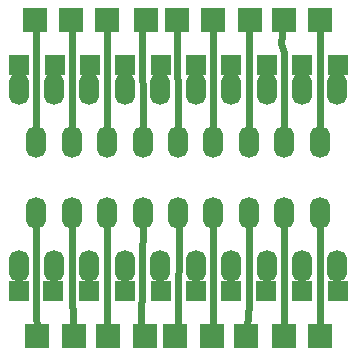
<source format=gbl>
G04 (created by PCBNEW (2013-07-07 BZR 4022)-stable) date 17/06/2015 19:17:38*
%MOIN*%
G04 Gerber Fmt 3.4, Leading zero omitted, Abs format*
%FSLAX34Y34*%
G01*
G70*
G90*
G04 APERTURE LIST*
%ADD10C,0.00590551*%
%ADD11R,0.0669291X0.0669291*%
%ADD12R,0.0787402X0.0787402*%
%ADD13O,0.0669291X0.106299*%
%ADD14C,0.024*%
G04 APERTURE END LIST*
G54D10*
G54D11*
X53750Y-55300D03*
X54950Y-55300D03*
X56125Y-55300D03*
X57300Y-55300D03*
X58475Y-55300D03*
X59650Y-55300D03*
X60825Y-55300D03*
X62025Y-55300D03*
X63200Y-55300D03*
X64375Y-55300D03*
G54D12*
X54350Y-64325D03*
X55575Y-64325D03*
X56725Y-64325D03*
X57950Y-64325D03*
X58950Y-64325D03*
X60175Y-64325D03*
X61325Y-64325D03*
X62600Y-64325D03*
X63800Y-64325D03*
X54300Y-53800D03*
X55500Y-53800D03*
X56700Y-53800D03*
X57975Y-53800D03*
X59025Y-53800D03*
X60225Y-53800D03*
X61450Y-53800D03*
X62575Y-53800D03*
X63775Y-53800D03*
G54D11*
X53750Y-62825D03*
X54900Y-62825D03*
X56100Y-62825D03*
X57275Y-62825D03*
X58475Y-62825D03*
X59650Y-62850D03*
X60825Y-62825D03*
X62000Y-62825D03*
X63175Y-62850D03*
X64375Y-62825D03*
G54D13*
X53740Y-56102D03*
X54921Y-56102D03*
X56102Y-56102D03*
X57283Y-56102D03*
X58464Y-56102D03*
X59645Y-56102D03*
X60826Y-56102D03*
X62007Y-56102D03*
X63188Y-56102D03*
X64370Y-56102D03*
X53740Y-62007D03*
X54921Y-62007D03*
X56102Y-62007D03*
X57283Y-62007D03*
X58464Y-62007D03*
X59645Y-62007D03*
X60826Y-62007D03*
X62007Y-62007D03*
X63188Y-62007D03*
X64370Y-62007D03*
X54330Y-57874D03*
X55514Y-57874D03*
X56696Y-57874D03*
X57877Y-57874D03*
X59058Y-57874D03*
X60239Y-57874D03*
X61420Y-57874D03*
X62601Y-57874D03*
X63782Y-57874D03*
X54330Y-60236D03*
X55514Y-60236D03*
X56696Y-60236D03*
X57877Y-60236D03*
X59058Y-60236D03*
X60239Y-60236D03*
X61420Y-60236D03*
X62601Y-60236D03*
X63782Y-60236D03*
G54D14*
X59058Y-57874D02*
X59025Y-53650D01*
X59025Y-53650D02*
X59025Y-53650D01*
X54950Y-55300D02*
X54950Y-56073D01*
X54950Y-56073D02*
X54921Y-56102D01*
X53740Y-56102D02*
X53740Y-55309D01*
X53740Y-55309D02*
X53750Y-55300D01*
X63782Y-57874D02*
X63782Y-54597D01*
X63782Y-54597D02*
X63775Y-53775D01*
X62601Y-57874D02*
X62601Y-54916D01*
X62500Y-54575D02*
X62575Y-53750D01*
X62601Y-54916D02*
X62500Y-54575D01*
X61420Y-57874D02*
X61420Y-54985D01*
X61425Y-54550D02*
X61450Y-53825D01*
X61420Y-54985D02*
X61425Y-54550D01*
X60239Y-57874D02*
X60239Y-55304D01*
X60225Y-54600D02*
X60225Y-53725D01*
X60239Y-55304D02*
X60225Y-54600D01*
X54330Y-60236D02*
X54330Y-63395D01*
X54330Y-63395D02*
X54350Y-64300D01*
X57877Y-57874D02*
X57862Y-53912D01*
X57862Y-53912D02*
X57975Y-53800D01*
X56696Y-57874D02*
X56696Y-55099D01*
X56700Y-54525D02*
X56700Y-53775D01*
X56696Y-55099D02*
X56700Y-54525D01*
X55514Y-57874D02*
X55514Y-55030D01*
X55525Y-54575D02*
X55500Y-53750D01*
X55514Y-55030D02*
X55525Y-54575D01*
X64370Y-56102D02*
X64370Y-55304D01*
X64370Y-55304D02*
X64375Y-55300D01*
X54330Y-57874D02*
X54330Y-54464D01*
X54330Y-54464D02*
X54300Y-53775D01*
X63782Y-60236D02*
X63782Y-63262D01*
X63782Y-63262D02*
X63800Y-64300D01*
X62601Y-60236D02*
X62601Y-62924D01*
X62600Y-63575D02*
X62600Y-64375D01*
X62601Y-62924D02*
X62600Y-63575D01*
X61420Y-60236D02*
X61415Y-63280D01*
X61400Y-63675D02*
X61325Y-64350D01*
X61415Y-63280D02*
X61400Y-63675D01*
X60239Y-60236D02*
X60239Y-63055D01*
X60225Y-63625D02*
X60175Y-64325D01*
X60239Y-63055D02*
X60225Y-63625D01*
X59083Y-60236D02*
X59043Y-64231D01*
X59043Y-64231D02*
X58950Y-64325D01*
X57877Y-60236D02*
X57837Y-64212D01*
X57837Y-64212D02*
X57950Y-64325D01*
X56696Y-60236D02*
X56696Y-63111D01*
X56700Y-63625D02*
X56725Y-64450D01*
X56696Y-63111D02*
X56700Y-63625D01*
X55514Y-60236D02*
X55515Y-63280D01*
X55550Y-63550D02*
X55575Y-64400D01*
X55515Y-63280D02*
X55550Y-63550D01*
X56102Y-62007D02*
X56102Y-62822D01*
X56102Y-62822D02*
X56100Y-62825D01*
X63188Y-56102D02*
X63188Y-55311D01*
X63188Y-55311D02*
X63200Y-55300D01*
X59650Y-62850D02*
X59650Y-62012D01*
X59650Y-62012D02*
X59645Y-62007D01*
X58464Y-62007D02*
X58464Y-62814D01*
X58464Y-62814D02*
X58475Y-62825D01*
X57283Y-62007D02*
X57283Y-62816D01*
X57283Y-62816D02*
X57275Y-62825D01*
X64370Y-62007D02*
X64370Y-62820D01*
X64370Y-62820D02*
X64375Y-62825D01*
X54900Y-62825D02*
X54900Y-62029D01*
X54900Y-62029D02*
X54921Y-62007D01*
X53750Y-62825D02*
X53750Y-62017D01*
X53750Y-62017D02*
X53740Y-62007D01*
X63188Y-62007D02*
X63188Y-62836D01*
X63188Y-62836D02*
X63175Y-62850D01*
X62007Y-62007D02*
X62007Y-62817D01*
X62007Y-62817D02*
X62000Y-62825D01*
X60825Y-62825D02*
X60825Y-62009D01*
X60825Y-62009D02*
X60826Y-62007D01*
X62025Y-55300D02*
X62025Y-56085D01*
X62025Y-56085D02*
X62007Y-56102D01*
X60825Y-55300D02*
X60825Y-56100D01*
X60825Y-56100D02*
X60826Y-56102D01*
X59650Y-55300D02*
X59650Y-56098D01*
X59650Y-56098D02*
X59645Y-56102D01*
X58475Y-55300D02*
X58475Y-56091D01*
X58475Y-56091D02*
X58464Y-56102D01*
X57300Y-55300D02*
X57300Y-56085D01*
X57300Y-56085D02*
X57283Y-56102D01*
X56125Y-55300D02*
X56125Y-56079D01*
X56125Y-56079D02*
X56102Y-56102D01*
M02*

</source>
